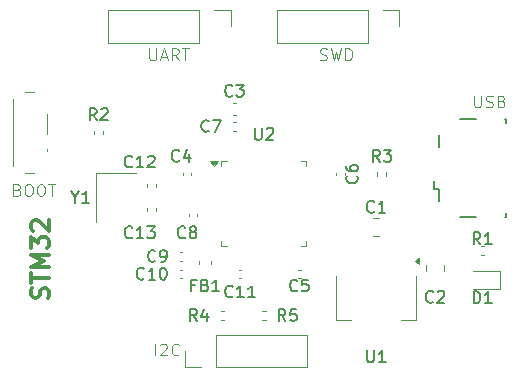
<source format=gbr>
%TF.GenerationSoftware,KiCad,Pcbnew,9.0.4*%
%TF.CreationDate,2025-10-05T01:24:38+05:30*%
%TF.ProjectId,Project4,50726f6a-6563-4743-942e-6b696361645f,rev?*%
%TF.SameCoordinates,Original*%
%TF.FileFunction,Legend,Top*%
%TF.FilePolarity,Positive*%
%FSLAX46Y46*%
G04 Gerber Fmt 4.6, Leading zero omitted, Abs format (unit mm)*
G04 Created by KiCad (PCBNEW 9.0.4) date 2025-10-05 01:24:38*
%MOMM*%
%LPD*%
G01*
G04 APERTURE LIST*
%ADD10C,0.300000*%
%ADD11C,0.100000*%
%ADD12C,0.150000*%
%ADD13C,0.120000*%
G04 APERTURE END LIST*
D10*
X96729400Y-102516917D02*
X96800828Y-102302632D01*
X96800828Y-102302632D02*
X96800828Y-101945489D01*
X96800828Y-101945489D02*
X96729400Y-101802632D01*
X96729400Y-101802632D02*
X96657971Y-101731203D01*
X96657971Y-101731203D02*
X96515114Y-101659774D01*
X96515114Y-101659774D02*
X96372257Y-101659774D01*
X96372257Y-101659774D02*
X96229400Y-101731203D01*
X96229400Y-101731203D02*
X96157971Y-101802632D01*
X96157971Y-101802632D02*
X96086542Y-101945489D01*
X96086542Y-101945489D02*
X96015114Y-102231203D01*
X96015114Y-102231203D02*
X95943685Y-102374060D01*
X95943685Y-102374060D02*
X95872257Y-102445489D01*
X95872257Y-102445489D02*
X95729400Y-102516917D01*
X95729400Y-102516917D02*
X95586542Y-102516917D01*
X95586542Y-102516917D02*
X95443685Y-102445489D01*
X95443685Y-102445489D02*
X95372257Y-102374060D01*
X95372257Y-102374060D02*
X95300828Y-102231203D01*
X95300828Y-102231203D02*
X95300828Y-101874060D01*
X95300828Y-101874060D02*
X95372257Y-101659774D01*
X95300828Y-101231203D02*
X95300828Y-100374061D01*
X96800828Y-100802632D02*
X95300828Y-100802632D01*
X96800828Y-99874061D02*
X95300828Y-99874061D01*
X95300828Y-99874061D02*
X96372257Y-99374061D01*
X96372257Y-99374061D02*
X95300828Y-98874061D01*
X95300828Y-98874061D02*
X96800828Y-98874061D01*
X95300828Y-98302632D02*
X95300828Y-97374060D01*
X95300828Y-97374060D02*
X95872257Y-97874060D01*
X95872257Y-97874060D02*
X95872257Y-97659775D01*
X95872257Y-97659775D02*
X95943685Y-97516918D01*
X95943685Y-97516918D02*
X96015114Y-97445489D01*
X96015114Y-97445489D02*
X96157971Y-97374060D01*
X96157971Y-97374060D02*
X96515114Y-97374060D01*
X96515114Y-97374060D02*
X96657971Y-97445489D01*
X96657971Y-97445489D02*
X96729400Y-97516918D01*
X96729400Y-97516918D02*
X96800828Y-97659775D01*
X96800828Y-97659775D02*
X96800828Y-98088346D01*
X96800828Y-98088346D02*
X96729400Y-98231203D01*
X96729400Y-98231203D02*
X96657971Y-98302632D01*
X95443685Y-96802632D02*
X95372257Y-96731204D01*
X95372257Y-96731204D02*
X95300828Y-96588347D01*
X95300828Y-96588347D02*
X95300828Y-96231204D01*
X95300828Y-96231204D02*
X95372257Y-96088347D01*
X95372257Y-96088347D02*
X95443685Y-96016918D01*
X95443685Y-96016918D02*
X95586542Y-95945489D01*
X95586542Y-95945489D02*
X95729400Y-95945489D01*
X95729400Y-95945489D02*
X95943685Y-96016918D01*
X95943685Y-96016918D02*
X96800828Y-96874061D01*
X96800828Y-96874061D02*
X96800828Y-95945489D01*
D11*
X132803884Y-85372419D02*
X132803884Y-86181942D01*
X132803884Y-86181942D02*
X132851503Y-86277180D01*
X132851503Y-86277180D02*
X132899122Y-86324800D01*
X132899122Y-86324800D02*
X132994360Y-86372419D01*
X132994360Y-86372419D02*
X133184836Y-86372419D01*
X133184836Y-86372419D02*
X133280074Y-86324800D01*
X133280074Y-86324800D02*
X133327693Y-86277180D01*
X133327693Y-86277180D02*
X133375312Y-86181942D01*
X133375312Y-86181942D02*
X133375312Y-85372419D01*
X133803884Y-86324800D02*
X133946741Y-86372419D01*
X133946741Y-86372419D02*
X134184836Y-86372419D01*
X134184836Y-86372419D02*
X134280074Y-86324800D01*
X134280074Y-86324800D02*
X134327693Y-86277180D01*
X134327693Y-86277180D02*
X134375312Y-86181942D01*
X134375312Y-86181942D02*
X134375312Y-86086704D01*
X134375312Y-86086704D02*
X134327693Y-85991466D01*
X134327693Y-85991466D02*
X134280074Y-85943847D01*
X134280074Y-85943847D02*
X134184836Y-85896228D01*
X134184836Y-85896228D02*
X133994360Y-85848609D01*
X133994360Y-85848609D02*
X133899122Y-85800990D01*
X133899122Y-85800990D02*
X133851503Y-85753371D01*
X133851503Y-85753371D02*
X133803884Y-85658133D01*
X133803884Y-85658133D02*
X133803884Y-85562895D01*
X133803884Y-85562895D02*
X133851503Y-85467657D01*
X133851503Y-85467657D02*
X133899122Y-85420038D01*
X133899122Y-85420038D02*
X133994360Y-85372419D01*
X133994360Y-85372419D02*
X134232455Y-85372419D01*
X134232455Y-85372419D02*
X134375312Y-85420038D01*
X135137217Y-85848609D02*
X135280074Y-85896228D01*
X135280074Y-85896228D02*
X135327693Y-85943847D01*
X135327693Y-85943847D02*
X135375312Y-86039085D01*
X135375312Y-86039085D02*
X135375312Y-86181942D01*
X135375312Y-86181942D02*
X135327693Y-86277180D01*
X135327693Y-86277180D02*
X135280074Y-86324800D01*
X135280074Y-86324800D02*
X135184836Y-86372419D01*
X135184836Y-86372419D02*
X134803884Y-86372419D01*
X134803884Y-86372419D02*
X134803884Y-85372419D01*
X134803884Y-85372419D02*
X135137217Y-85372419D01*
X135137217Y-85372419D02*
X135232455Y-85420038D01*
X135232455Y-85420038D02*
X135280074Y-85467657D01*
X135280074Y-85467657D02*
X135327693Y-85562895D01*
X135327693Y-85562895D02*
X135327693Y-85658133D01*
X135327693Y-85658133D02*
X135280074Y-85753371D01*
X135280074Y-85753371D02*
X135232455Y-85800990D01*
X135232455Y-85800990D02*
X135137217Y-85848609D01*
X135137217Y-85848609D02*
X134803884Y-85848609D01*
X94137217Y-93348609D02*
X94280074Y-93396228D01*
X94280074Y-93396228D02*
X94327693Y-93443847D01*
X94327693Y-93443847D02*
X94375312Y-93539085D01*
X94375312Y-93539085D02*
X94375312Y-93681942D01*
X94375312Y-93681942D02*
X94327693Y-93777180D01*
X94327693Y-93777180D02*
X94280074Y-93824800D01*
X94280074Y-93824800D02*
X94184836Y-93872419D01*
X94184836Y-93872419D02*
X93803884Y-93872419D01*
X93803884Y-93872419D02*
X93803884Y-92872419D01*
X93803884Y-92872419D02*
X94137217Y-92872419D01*
X94137217Y-92872419D02*
X94232455Y-92920038D01*
X94232455Y-92920038D02*
X94280074Y-92967657D01*
X94280074Y-92967657D02*
X94327693Y-93062895D01*
X94327693Y-93062895D02*
X94327693Y-93158133D01*
X94327693Y-93158133D02*
X94280074Y-93253371D01*
X94280074Y-93253371D02*
X94232455Y-93300990D01*
X94232455Y-93300990D02*
X94137217Y-93348609D01*
X94137217Y-93348609D02*
X93803884Y-93348609D01*
X94994360Y-92872419D02*
X95184836Y-92872419D01*
X95184836Y-92872419D02*
X95280074Y-92920038D01*
X95280074Y-92920038D02*
X95375312Y-93015276D01*
X95375312Y-93015276D02*
X95422931Y-93205752D01*
X95422931Y-93205752D02*
X95422931Y-93539085D01*
X95422931Y-93539085D02*
X95375312Y-93729561D01*
X95375312Y-93729561D02*
X95280074Y-93824800D01*
X95280074Y-93824800D02*
X95184836Y-93872419D01*
X95184836Y-93872419D02*
X94994360Y-93872419D01*
X94994360Y-93872419D02*
X94899122Y-93824800D01*
X94899122Y-93824800D02*
X94803884Y-93729561D01*
X94803884Y-93729561D02*
X94756265Y-93539085D01*
X94756265Y-93539085D02*
X94756265Y-93205752D01*
X94756265Y-93205752D02*
X94803884Y-93015276D01*
X94803884Y-93015276D02*
X94899122Y-92920038D01*
X94899122Y-92920038D02*
X94994360Y-92872419D01*
X96041979Y-92872419D02*
X96232455Y-92872419D01*
X96232455Y-92872419D02*
X96327693Y-92920038D01*
X96327693Y-92920038D02*
X96422931Y-93015276D01*
X96422931Y-93015276D02*
X96470550Y-93205752D01*
X96470550Y-93205752D02*
X96470550Y-93539085D01*
X96470550Y-93539085D02*
X96422931Y-93729561D01*
X96422931Y-93729561D02*
X96327693Y-93824800D01*
X96327693Y-93824800D02*
X96232455Y-93872419D01*
X96232455Y-93872419D02*
X96041979Y-93872419D01*
X96041979Y-93872419D02*
X95946741Y-93824800D01*
X95946741Y-93824800D02*
X95851503Y-93729561D01*
X95851503Y-93729561D02*
X95803884Y-93539085D01*
X95803884Y-93539085D02*
X95803884Y-93205752D01*
X95803884Y-93205752D02*
X95851503Y-93015276D01*
X95851503Y-93015276D02*
X95946741Y-92920038D01*
X95946741Y-92920038D02*
X96041979Y-92872419D01*
X96756265Y-92872419D02*
X97327693Y-92872419D01*
X97041979Y-93872419D02*
X97041979Y-92872419D01*
X105803884Y-107372419D02*
X105803884Y-106372419D01*
X106232455Y-106467657D02*
X106280074Y-106420038D01*
X106280074Y-106420038D02*
X106375312Y-106372419D01*
X106375312Y-106372419D02*
X106613407Y-106372419D01*
X106613407Y-106372419D02*
X106708645Y-106420038D01*
X106708645Y-106420038D02*
X106756264Y-106467657D01*
X106756264Y-106467657D02*
X106803883Y-106562895D01*
X106803883Y-106562895D02*
X106803883Y-106658133D01*
X106803883Y-106658133D02*
X106756264Y-106800990D01*
X106756264Y-106800990D02*
X106184836Y-107372419D01*
X106184836Y-107372419D02*
X106803883Y-107372419D01*
X107803883Y-107277180D02*
X107756264Y-107324800D01*
X107756264Y-107324800D02*
X107613407Y-107372419D01*
X107613407Y-107372419D02*
X107518169Y-107372419D01*
X107518169Y-107372419D02*
X107375312Y-107324800D01*
X107375312Y-107324800D02*
X107280074Y-107229561D01*
X107280074Y-107229561D02*
X107232455Y-107134323D01*
X107232455Y-107134323D02*
X107184836Y-106943847D01*
X107184836Y-106943847D02*
X107184836Y-106800990D01*
X107184836Y-106800990D02*
X107232455Y-106610514D01*
X107232455Y-106610514D02*
X107280074Y-106515276D01*
X107280074Y-106515276D02*
X107375312Y-106420038D01*
X107375312Y-106420038D02*
X107518169Y-106372419D01*
X107518169Y-106372419D02*
X107613407Y-106372419D01*
X107613407Y-106372419D02*
X107756264Y-106420038D01*
X107756264Y-106420038D02*
X107803883Y-106467657D01*
X119756265Y-82324800D02*
X119899122Y-82372419D01*
X119899122Y-82372419D02*
X120137217Y-82372419D01*
X120137217Y-82372419D02*
X120232455Y-82324800D01*
X120232455Y-82324800D02*
X120280074Y-82277180D01*
X120280074Y-82277180D02*
X120327693Y-82181942D01*
X120327693Y-82181942D02*
X120327693Y-82086704D01*
X120327693Y-82086704D02*
X120280074Y-81991466D01*
X120280074Y-81991466D02*
X120232455Y-81943847D01*
X120232455Y-81943847D02*
X120137217Y-81896228D01*
X120137217Y-81896228D02*
X119946741Y-81848609D01*
X119946741Y-81848609D02*
X119851503Y-81800990D01*
X119851503Y-81800990D02*
X119803884Y-81753371D01*
X119803884Y-81753371D02*
X119756265Y-81658133D01*
X119756265Y-81658133D02*
X119756265Y-81562895D01*
X119756265Y-81562895D02*
X119803884Y-81467657D01*
X119803884Y-81467657D02*
X119851503Y-81420038D01*
X119851503Y-81420038D02*
X119946741Y-81372419D01*
X119946741Y-81372419D02*
X120184836Y-81372419D01*
X120184836Y-81372419D02*
X120327693Y-81420038D01*
X120661027Y-81372419D02*
X120899122Y-82372419D01*
X120899122Y-82372419D02*
X121089598Y-81658133D01*
X121089598Y-81658133D02*
X121280074Y-82372419D01*
X121280074Y-82372419D02*
X121518170Y-81372419D01*
X121899122Y-82372419D02*
X121899122Y-81372419D01*
X121899122Y-81372419D02*
X122137217Y-81372419D01*
X122137217Y-81372419D02*
X122280074Y-81420038D01*
X122280074Y-81420038D02*
X122375312Y-81515276D01*
X122375312Y-81515276D02*
X122422931Y-81610514D01*
X122422931Y-81610514D02*
X122470550Y-81800990D01*
X122470550Y-81800990D02*
X122470550Y-81943847D01*
X122470550Y-81943847D02*
X122422931Y-82134323D01*
X122422931Y-82134323D02*
X122375312Y-82229561D01*
X122375312Y-82229561D02*
X122280074Y-82324800D01*
X122280074Y-82324800D02*
X122137217Y-82372419D01*
X122137217Y-82372419D02*
X121899122Y-82372419D01*
X105303884Y-81372419D02*
X105303884Y-82181942D01*
X105303884Y-82181942D02*
X105351503Y-82277180D01*
X105351503Y-82277180D02*
X105399122Y-82324800D01*
X105399122Y-82324800D02*
X105494360Y-82372419D01*
X105494360Y-82372419D02*
X105684836Y-82372419D01*
X105684836Y-82372419D02*
X105780074Y-82324800D01*
X105780074Y-82324800D02*
X105827693Y-82277180D01*
X105827693Y-82277180D02*
X105875312Y-82181942D01*
X105875312Y-82181942D02*
X105875312Y-81372419D01*
X106303884Y-82086704D02*
X106780074Y-82086704D01*
X106208646Y-82372419D02*
X106541979Y-81372419D01*
X106541979Y-81372419D02*
X106875312Y-82372419D01*
X107780074Y-82372419D02*
X107446741Y-81896228D01*
X107208646Y-82372419D02*
X107208646Y-81372419D01*
X107208646Y-81372419D02*
X107589598Y-81372419D01*
X107589598Y-81372419D02*
X107684836Y-81420038D01*
X107684836Y-81420038D02*
X107732455Y-81467657D01*
X107732455Y-81467657D02*
X107780074Y-81562895D01*
X107780074Y-81562895D02*
X107780074Y-81705752D01*
X107780074Y-81705752D02*
X107732455Y-81800990D01*
X107732455Y-81800990D02*
X107684836Y-81848609D01*
X107684836Y-81848609D02*
X107589598Y-81896228D01*
X107589598Y-81896228D02*
X107208646Y-81896228D01*
X108065789Y-81372419D02*
X108637217Y-81372419D01*
X108351503Y-82372419D02*
X108351503Y-81372419D01*
D12*
X133333333Y-97954819D02*
X133000000Y-97478628D01*
X132761905Y-97954819D02*
X132761905Y-96954819D01*
X132761905Y-96954819D02*
X133142857Y-96954819D01*
X133142857Y-96954819D02*
X133238095Y-97002438D01*
X133238095Y-97002438D02*
X133285714Y-97050057D01*
X133285714Y-97050057D02*
X133333333Y-97145295D01*
X133333333Y-97145295D02*
X133333333Y-97288152D01*
X133333333Y-97288152D02*
X133285714Y-97383390D01*
X133285714Y-97383390D02*
X133238095Y-97431009D01*
X133238095Y-97431009D02*
X133142857Y-97478628D01*
X133142857Y-97478628D02*
X132761905Y-97478628D01*
X134285714Y-97954819D02*
X133714286Y-97954819D01*
X134000000Y-97954819D02*
X134000000Y-96954819D01*
X134000000Y-96954819D02*
X133904762Y-97097676D01*
X133904762Y-97097676D02*
X133809524Y-97192914D01*
X133809524Y-97192914D02*
X133714286Y-97240533D01*
X129333333Y-102809580D02*
X129285714Y-102857200D01*
X129285714Y-102857200D02*
X129142857Y-102904819D01*
X129142857Y-102904819D02*
X129047619Y-102904819D01*
X129047619Y-102904819D02*
X128904762Y-102857200D01*
X128904762Y-102857200D02*
X128809524Y-102761961D01*
X128809524Y-102761961D02*
X128761905Y-102666723D01*
X128761905Y-102666723D02*
X128714286Y-102476247D01*
X128714286Y-102476247D02*
X128714286Y-102333390D01*
X128714286Y-102333390D02*
X128761905Y-102142914D01*
X128761905Y-102142914D02*
X128809524Y-102047676D01*
X128809524Y-102047676D02*
X128904762Y-101952438D01*
X128904762Y-101952438D02*
X129047619Y-101904819D01*
X129047619Y-101904819D02*
X129142857Y-101904819D01*
X129142857Y-101904819D02*
X129285714Y-101952438D01*
X129285714Y-101952438D02*
X129333333Y-102000057D01*
X129714286Y-102000057D02*
X129761905Y-101952438D01*
X129761905Y-101952438D02*
X129857143Y-101904819D01*
X129857143Y-101904819D02*
X130095238Y-101904819D01*
X130095238Y-101904819D02*
X130190476Y-101952438D01*
X130190476Y-101952438D02*
X130238095Y-102000057D01*
X130238095Y-102000057D02*
X130285714Y-102095295D01*
X130285714Y-102095295D02*
X130285714Y-102190533D01*
X130285714Y-102190533D02*
X130238095Y-102333390D01*
X130238095Y-102333390D02*
X129666667Y-102904819D01*
X129666667Y-102904819D02*
X130285714Y-102904819D01*
X123738095Y-106954819D02*
X123738095Y-107764342D01*
X123738095Y-107764342D02*
X123785714Y-107859580D01*
X123785714Y-107859580D02*
X123833333Y-107907200D01*
X123833333Y-107907200D02*
X123928571Y-107954819D01*
X123928571Y-107954819D02*
X124119047Y-107954819D01*
X124119047Y-107954819D02*
X124214285Y-107907200D01*
X124214285Y-107907200D02*
X124261904Y-107859580D01*
X124261904Y-107859580D02*
X124309523Y-107764342D01*
X124309523Y-107764342D02*
X124309523Y-106954819D01*
X125309523Y-107954819D02*
X124738095Y-107954819D01*
X125023809Y-107954819D02*
X125023809Y-106954819D01*
X125023809Y-106954819D02*
X124928571Y-107097676D01*
X124928571Y-107097676D02*
X124833333Y-107192914D01*
X124833333Y-107192914D02*
X124738095Y-107240533D01*
X107833333Y-90859580D02*
X107785714Y-90907200D01*
X107785714Y-90907200D02*
X107642857Y-90954819D01*
X107642857Y-90954819D02*
X107547619Y-90954819D01*
X107547619Y-90954819D02*
X107404762Y-90907200D01*
X107404762Y-90907200D02*
X107309524Y-90811961D01*
X107309524Y-90811961D02*
X107261905Y-90716723D01*
X107261905Y-90716723D02*
X107214286Y-90526247D01*
X107214286Y-90526247D02*
X107214286Y-90383390D01*
X107214286Y-90383390D02*
X107261905Y-90192914D01*
X107261905Y-90192914D02*
X107309524Y-90097676D01*
X107309524Y-90097676D02*
X107404762Y-90002438D01*
X107404762Y-90002438D02*
X107547619Y-89954819D01*
X107547619Y-89954819D02*
X107642857Y-89954819D01*
X107642857Y-89954819D02*
X107785714Y-90002438D01*
X107785714Y-90002438D02*
X107833333Y-90050057D01*
X108690476Y-90288152D02*
X108690476Y-90954819D01*
X108452381Y-89907200D02*
X108214286Y-90621485D01*
X108214286Y-90621485D02*
X108833333Y-90621485D01*
X110333333Y-88359580D02*
X110285714Y-88407200D01*
X110285714Y-88407200D02*
X110142857Y-88454819D01*
X110142857Y-88454819D02*
X110047619Y-88454819D01*
X110047619Y-88454819D02*
X109904762Y-88407200D01*
X109904762Y-88407200D02*
X109809524Y-88311961D01*
X109809524Y-88311961D02*
X109761905Y-88216723D01*
X109761905Y-88216723D02*
X109714286Y-88026247D01*
X109714286Y-88026247D02*
X109714286Y-87883390D01*
X109714286Y-87883390D02*
X109761905Y-87692914D01*
X109761905Y-87692914D02*
X109809524Y-87597676D01*
X109809524Y-87597676D02*
X109904762Y-87502438D01*
X109904762Y-87502438D02*
X110047619Y-87454819D01*
X110047619Y-87454819D02*
X110142857Y-87454819D01*
X110142857Y-87454819D02*
X110285714Y-87502438D01*
X110285714Y-87502438D02*
X110333333Y-87550057D01*
X110666667Y-87454819D02*
X111333333Y-87454819D01*
X111333333Y-87454819D02*
X110904762Y-88454819D01*
X103857142Y-91359580D02*
X103809523Y-91407200D01*
X103809523Y-91407200D02*
X103666666Y-91454819D01*
X103666666Y-91454819D02*
X103571428Y-91454819D01*
X103571428Y-91454819D02*
X103428571Y-91407200D01*
X103428571Y-91407200D02*
X103333333Y-91311961D01*
X103333333Y-91311961D02*
X103285714Y-91216723D01*
X103285714Y-91216723D02*
X103238095Y-91026247D01*
X103238095Y-91026247D02*
X103238095Y-90883390D01*
X103238095Y-90883390D02*
X103285714Y-90692914D01*
X103285714Y-90692914D02*
X103333333Y-90597676D01*
X103333333Y-90597676D02*
X103428571Y-90502438D01*
X103428571Y-90502438D02*
X103571428Y-90454819D01*
X103571428Y-90454819D02*
X103666666Y-90454819D01*
X103666666Y-90454819D02*
X103809523Y-90502438D01*
X103809523Y-90502438D02*
X103857142Y-90550057D01*
X104809523Y-91454819D02*
X104238095Y-91454819D01*
X104523809Y-91454819D02*
X104523809Y-90454819D01*
X104523809Y-90454819D02*
X104428571Y-90597676D01*
X104428571Y-90597676D02*
X104333333Y-90692914D01*
X104333333Y-90692914D02*
X104238095Y-90740533D01*
X105190476Y-90550057D02*
X105238095Y-90502438D01*
X105238095Y-90502438D02*
X105333333Y-90454819D01*
X105333333Y-90454819D02*
X105571428Y-90454819D01*
X105571428Y-90454819D02*
X105666666Y-90502438D01*
X105666666Y-90502438D02*
X105714285Y-90550057D01*
X105714285Y-90550057D02*
X105761904Y-90645295D01*
X105761904Y-90645295D02*
X105761904Y-90740533D01*
X105761904Y-90740533D02*
X105714285Y-90883390D01*
X105714285Y-90883390D02*
X105142857Y-91454819D01*
X105142857Y-91454819D02*
X105761904Y-91454819D01*
X103857142Y-97359580D02*
X103809523Y-97407200D01*
X103809523Y-97407200D02*
X103666666Y-97454819D01*
X103666666Y-97454819D02*
X103571428Y-97454819D01*
X103571428Y-97454819D02*
X103428571Y-97407200D01*
X103428571Y-97407200D02*
X103333333Y-97311961D01*
X103333333Y-97311961D02*
X103285714Y-97216723D01*
X103285714Y-97216723D02*
X103238095Y-97026247D01*
X103238095Y-97026247D02*
X103238095Y-96883390D01*
X103238095Y-96883390D02*
X103285714Y-96692914D01*
X103285714Y-96692914D02*
X103333333Y-96597676D01*
X103333333Y-96597676D02*
X103428571Y-96502438D01*
X103428571Y-96502438D02*
X103571428Y-96454819D01*
X103571428Y-96454819D02*
X103666666Y-96454819D01*
X103666666Y-96454819D02*
X103809523Y-96502438D01*
X103809523Y-96502438D02*
X103857142Y-96550057D01*
X104809523Y-97454819D02*
X104238095Y-97454819D01*
X104523809Y-97454819D02*
X104523809Y-96454819D01*
X104523809Y-96454819D02*
X104428571Y-96597676D01*
X104428571Y-96597676D02*
X104333333Y-96692914D01*
X104333333Y-96692914D02*
X104238095Y-96740533D01*
X105142857Y-96454819D02*
X105761904Y-96454819D01*
X105761904Y-96454819D02*
X105428571Y-96835771D01*
X105428571Y-96835771D02*
X105571428Y-96835771D01*
X105571428Y-96835771D02*
X105666666Y-96883390D01*
X105666666Y-96883390D02*
X105714285Y-96931009D01*
X105714285Y-96931009D02*
X105761904Y-97026247D01*
X105761904Y-97026247D02*
X105761904Y-97264342D01*
X105761904Y-97264342D02*
X105714285Y-97359580D01*
X105714285Y-97359580D02*
X105666666Y-97407200D01*
X105666666Y-97407200D02*
X105571428Y-97454819D01*
X105571428Y-97454819D02*
X105285714Y-97454819D01*
X105285714Y-97454819D02*
X105190476Y-97407200D01*
X105190476Y-97407200D02*
X105142857Y-97359580D01*
X99023809Y-93978628D02*
X99023809Y-94454819D01*
X98690476Y-93454819D02*
X99023809Y-93978628D01*
X99023809Y-93978628D02*
X99357142Y-93454819D01*
X100214285Y-94454819D02*
X99642857Y-94454819D01*
X99928571Y-94454819D02*
X99928571Y-93454819D01*
X99928571Y-93454819D02*
X99833333Y-93597676D01*
X99833333Y-93597676D02*
X99738095Y-93692914D01*
X99738095Y-93692914D02*
X99642857Y-93740533D01*
X124333333Y-95179580D02*
X124285714Y-95227200D01*
X124285714Y-95227200D02*
X124142857Y-95274819D01*
X124142857Y-95274819D02*
X124047619Y-95274819D01*
X124047619Y-95274819D02*
X123904762Y-95227200D01*
X123904762Y-95227200D02*
X123809524Y-95131961D01*
X123809524Y-95131961D02*
X123761905Y-95036723D01*
X123761905Y-95036723D02*
X123714286Y-94846247D01*
X123714286Y-94846247D02*
X123714286Y-94703390D01*
X123714286Y-94703390D02*
X123761905Y-94512914D01*
X123761905Y-94512914D02*
X123809524Y-94417676D01*
X123809524Y-94417676D02*
X123904762Y-94322438D01*
X123904762Y-94322438D02*
X124047619Y-94274819D01*
X124047619Y-94274819D02*
X124142857Y-94274819D01*
X124142857Y-94274819D02*
X124285714Y-94322438D01*
X124285714Y-94322438D02*
X124333333Y-94370057D01*
X125285714Y-95274819D02*
X124714286Y-95274819D01*
X125000000Y-95274819D02*
X125000000Y-94274819D01*
X125000000Y-94274819D02*
X124904762Y-94417676D01*
X124904762Y-94417676D02*
X124809524Y-94512914D01*
X124809524Y-94512914D02*
X124714286Y-94560533D01*
X132761905Y-102954819D02*
X132761905Y-101954819D01*
X132761905Y-101954819D02*
X133000000Y-101954819D01*
X133000000Y-101954819D02*
X133142857Y-102002438D01*
X133142857Y-102002438D02*
X133238095Y-102097676D01*
X133238095Y-102097676D02*
X133285714Y-102192914D01*
X133285714Y-102192914D02*
X133333333Y-102383390D01*
X133333333Y-102383390D02*
X133333333Y-102526247D01*
X133333333Y-102526247D02*
X133285714Y-102716723D01*
X133285714Y-102716723D02*
X133238095Y-102811961D01*
X133238095Y-102811961D02*
X133142857Y-102907200D01*
X133142857Y-102907200D02*
X133000000Y-102954819D01*
X133000000Y-102954819D02*
X132761905Y-102954819D01*
X134285714Y-102954819D02*
X133714286Y-102954819D01*
X134000000Y-102954819D02*
X134000000Y-101954819D01*
X134000000Y-101954819D02*
X133904762Y-102097676D01*
X133904762Y-102097676D02*
X133809524Y-102192914D01*
X133809524Y-102192914D02*
X133714286Y-102240533D01*
X112357142Y-102359580D02*
X112309523Y-102407200D01*
X112309523Y-102407200D02*
X112166666Y-102454819D01*
X112166666Y-102454819D02*
X112071428Y-102454819D01*
X112071428Y-102454819D02*
X111928571Y-102407200D01*
X111928571Y-102407200D02*
X111833333Y-102311961D01*
X111833333Y-102311961D02*
X111785714Y-102216723D01*
X111785714Y-102216723D02*
X111738095Y-102026247D01*
X111738095Y-102026247D02*
X111738095Y-101883390D01*
X111738095Y-101883390D02*
X111785714Y-101692914D01*
X111785714Y-101692914D02*
X111833333Y-101597676D01*
X111833333Y-101597676D02*
X111928571Y-101502438D01*
X111928571Y-101502438D02*
X112071428Y-101454819D01*
X112071428Y-101454819D02*
X112166666Y-101454819D01*
X112166666Y-101454819D02*
X112309523Y-101502438D01*
X112309523Y-101502438D02*
X112357142Y-101550057D01*
X113309523Y-102454819D02*
X112738095Y-102454819D01*
X113023809Y-102454819D02*
X113023809Y-101454819D01*
X113023809Y-101454819D02*
X112928571Y-101597676D01*
X112928571Y-101597676D02*
X112833333Y-101692914D01*
X112833333Y-101692914D02*
X112738095Y-101740533D01*
X114261904Y-102454819D02*
X113690476Y-102454819D01*
X113976190Y-102454819D02*
X113976190Y-101454819D01*
X113976190Y-101454819D02*
X113880952Y-101597676D01*
X113880952Y-101597676D02*
X113785714Y-101692914D01*
X113785714Y-101692914D02*
X113690476Y-101740533D01*
X117833333Y-101859580D02*
X117785714Y-101907200D01*
X117785714Y-101907200D02*
X117642857Y-101954819D01*
X117642857Y-101954819D02*
X117547619Y-101954819D01*
X117547619Y-101954819D02*
X117404762Y-101907200D01*
X117404762Y-101907200D02*
X117309524Y-101811961D01*
X117309524Y-101811961D02*
X117261905Y-101716723D01*
X117261905Y-101716723D02*
X117214286Y-101526247D01*
X117214286Y-101526247D02*
X117214286Y-101383390D01*
X117214286Y-101383390D02*
X117261905Y-101192914D01*
X117261905Y-101192914D02*
X117309524Y-101097676D01*
X117309524Y-101097676D02*
X117404762Y-101002438D01*
X117404762Y-101002438D02*
X117547619Y-100954819D01*
X117547619Y-100954819D02*
X117642857Y-100954819D01*
X117642857Y-100954819D02*
X117785714Y-101002438D01*
X117785714Y-101002438D02*
X117833333Y-101050057D01*
X118738095Y-100954819D02*
X118261905Y-100954819D01*
X118261905Y-100954819D02*
X118214286Y-101431009D01*
X118214286Y-101431009D02*
X118261905Y-101383390D01*
X118261905Y-101383390D02*
X118357143Y-101335771D01*
X118357143Y-101335771D02*
X118595238Y-101335771D01*
X118595238Y-101335771D02*
X118690476Y-101383390D01*
X118690476Y-101383390D02*
X118738095Y-101431009D01*
X118738095Y-101431009D02*
X118785714Y-101526247D01*
X118785714Y-101526247D02*
X118785714Y-101764342D01*
X118785714Y-101764342D02*
X118738095Y-101859580D01*
X118738095Y-101859580D02*
X118690476Y-101907200D01*
X118690476Y-101907200D02*
X118595238Y-101954819D01*
X118595238Y-101954819D02*
X118357143Y-101954819D01*
X118357143Y-101954819D02*
X118261905Y-101907200D01*
X118261905Y-101907200D02*
X118214286Y-101859580D01*
X112333333Y-85359580D02*
X112285714Y-85407200D01*
X112285714Y-85407200D02*
X112142857Y-85454819D01*
X112142857Y-85454819D02*
X112047619Y-85454819D01*
X112047619Y-85454819D02*
X111904762Y-85407200D01*
X111904762Y-85407200D02*
X111809524Y-85311961D01*
X111809524Y-85311961D02*
X111761905Y-85216723D01*
X111761905Y-85216723D02*
X111714286Y-85026247D01*
X111714286Y-85026247D02*
X111714286Y-84883390D01*
X111714286Y-84883390D02*
X111761905Y-84692914D01*
X111761905Y-84692914D02*
X111809524Y-84597676D01*
X111809524Y-84597676D02*
X111904762Y-84502438D01*
X111904762Y-84502438D02*
X112047619Y-84454819D01*
X112047619Y-84454819D02*
X112142857Y-84454819D01*
X112142857Y-84454819D02*
X112285714Y-84502438D01*
X112285714Y-84502438D02*
X112333333Y-84550057D01*
X112666667Y-84454819D02*
X113285714Y-84454819D01*
X113285714Y-84454819D02*
X112952381Y-84835771D01*
X112952381Y-84835771D02*
X113095238Y-84835771D01*
X113095238Y-84835771D02*
X113190476Y-84883390D01*
X113190476Y-84883390D02*
X113238095Y-84931009D01*
X113238095Y-84931009D02*
X113285714Y-85026247D01*
X113285714Y-85026247D02*
X113285714Y-85264342D01*
X113285714Y-85264342D02*
X113238095Y-85359580D01*
X113238095Y-85359580D02*
X113190476Y-85407200D01*
X113190476Y-85407200D02*
X113095238Y-85454819D01*
X113095238Y-85454819D02*
X112809524Y-85454819D01*
X112809524Y-85454819D02*
X112714286Y-85407200D01*
X112714286Y-85407200D02*
X112666667Y-85359580D01*
X122859580Y-92166666D02*
X122907200Y-92214285D01*
X122907200Y-92214285D02*
X122954819Y-92357142D01*
X122954819Y-92357142D02*
X122954819Y-92452380D01*
X122954819Y-92452380D02*
X122907200Y-92595237D01*
X122907200Y-92595237D02*
X122811961Y-92690475D01*
X122811961Y-92690475D02*
X122716723Y-92738094D01*
X122716723Y-92738094D02*
X122526247Y-92785713D01*
X122526247Y-92785713D02*
X122383390Y-92785713D01*
X122383390Y-92785713D02*
X122192914Y-92738094D01*
X122192914Y-92738094D02*
X122097676Y-92690475D01*
X122097676Y-92690475D02*
X122002438Y-92595237D01*
X122002438Y-92595237D02*
X121954819Y-92452380D01*
X121954819Y-92452380D02*
X121954819Y-92357142D01*
X121954819Y-92357142D02*
X122002438Y-92214285D01*
X122002438Y-92214285D02*
X122050057Y-92166666D01*
X121954819Y-91309523D02*
X121954819Y-91499999D01*
X121954819Y-91499999D02*
X122002438Y-91595237D01*
X122002438Y-91595237D02*
X122050057Y-91642856D01*
X122050057Y-91642856D02*
X122192914Y-91738094D01*
X122192914Y-91738094D02*
X122383390Y-91785713D01*
X122383390Y-91785713D02*
X122764342Y-91785713D01*
X122764342Y-91785713D02*
X122859580Y-91738094D01*
X122859580Y-91738094D02*
X122907200Y-91690475D01*
X122907200Y-91690475D02*
X122954819Y-91595237D01*
X122954819Y-91595237D02*
X122954819Y-91404761D01*
X122954819Y-91404761D02*
X122907200Y-91309523D01*
X122907200Y-91309523D02*
X122859580Y-91261904D01*
X122859580Y-91261904D02*
X122764342Y-91214285D01*
X122764342Y-91214285D02*
X122526247Y-91214285D01*
X122526247Y-91214285D02*
X122431009Y-91261904D01*
X122431009Y-91261904D02*
X122383390Y-91309523D01*
X122383390Y-91309523D02*
X122335771Y-91404761D01*
X122335771Y-91404761D02*
X122335771Y-91595237D01*
X122335771Y-91595237D02*
X122383390Y-91690475D01*
X122383390Y-91690475D02*
X122431009Y-91738094D01*
X122431009Y-91738094D02*
X122526247Y-91785713D01*
X108333333Y-97359580D02*
X108285714Y-97407200D01*
X108285714Y-97407200D02*
X108142857Y-97454819D01*
X108142857Y-97454819D02*
X108047619Y-97454819D01*
X108047619Y-97454819D02*
X107904762Y-97407200D01*
X107904762Y-97407200D02*
X107809524Y-97311961D01*
X107809524Y-97311961D02*
X107761905Y-97216723D01*
X107761905Y-97216723D02*
X107714286Y-97026247D01*
X107714286Y-97026247D02*
X107714286Y-96883390D01*
X107714286Y-96883390D02*
X107761905Y-96692914D01*
X107761905Y-96692914D02*
X107809524Y-96597676D01*
X107809524Y-96597676D02*
X107904762Y-96502438D01*
X107904762Y-96502438D02*
X108047619Y-96454819D01*
X108047619Y-96454819D02*
X108142857Y-96454819D01*
X108142857Y-96454819D02*
X108285714Y-96502438D01*
X108285714Y-96502438D02*
X108333333Y-96550057D01*
X108904762Y-96883390D02*
X108809524Y-96835771D01*
X108809524Y-96835771D02*
X108761905Y-96788152D01*
X108761905Y-96788152D02*
X108714286Y-96692914D01*
X108714286Y-96692914D02*
X108714286Y-96645295D01*
X108714286Y-96645295D02*
X108761905Y-96550057D01*
X108761905Y-96550057D02*
X108809524Y-96502438D01*
X108809524Y-96502438D02*
X108904762Y-96454819D01*
X108904762Y-96454819D02*
X109095238Y-96454819D01*
X109095238Y-96454819D02*
X109190476Y-96502438D01*
X109190476Y-96502438D02*
X109238095Y-96550057D01*
X109238095Y-96550057D02*
X109285714Y-96645295D01*
X109285714Y-96645295D02*
X109285714Y-96692914D01*
X109285714Y-96692914D02*
X109238095Y-96788152D01*
X109238095Y-96788152D02*
X109190476Y-96835771D01*
X109190476Y-96835771D02*
X109095238Y-96883390D01*
X109095238Y-96883390D02*
X108904762Y-96883390D01*
X108904762Y-96883390D02*
X108809524Y-96931009D01*
X108809524Y-96931009D02*
X108761905Y-96978628D01*
X108761905Y-96978628D02*
X108714286Y-97073866D01*
X108714286Y-97073866D02*
X108714286Y-97264342D01*
X108714286Y-97264342D02*
X108761905Y-97359580D01*
X108761905Y-97359580D02*
X108809524Y-97407200D01*
X108809524Y-97407200D02*
X108904762Y-97454819D01*
X108904762Y-97454819D02*
X109095238Y-97454819D01*
X109095238Y-97454819D02*
X109190476Y-97407200D01*
X109190476Y-97407200D02*
X109238095Y-97359580D01*
X109238095Y-97359580D02*
X109285714Y-97264342D01*
X109285714Y-97264342D02*
X109285714Y-97073866D01*
X109285714Y-97073866D02*
X109238095Y-96978628D01*
X109238095Y-96978628D02*
X109190476Y-96931009D01*
X109190476Y-96931009D02*
X109095238Y-96883390D01*
X105813333Y-99359580D02*
X105765714Y-99407200D01*
X105765714Y-99407200D02*
X105622857Y-99454819D01*
X105622857Y-99454819D02*
X105527619Y-99454819D01*
X105527619Y-99454819D02*
X105384762Y-99407200D01*
X105384762Y-99407200D02*
X105289524Y-99311961D01*
X105289524Y-99311961D02*
X105241905Y-99216723D01*
X105241905Y-99216723D02*
X105194286Y-99026247D01*
X105194286Y-99026247D02*
X105194286Y-98883390D01*
X105194286Y-98883390D02*
X105241905Y-98692914D01*
X105241905Y-98692914D02*
X105289524Y-98597676D01*
X105289524Y-98597676D02*
X105384762Y-98502438D01*
X105384762Y-98502438D02*
X105527619Y-98454819D01*
X105527619Y-98454819D02*
X105622857Y-98454819D01*
X105622857Y-98454819D02*
X105765714Y-98502438D01*
X105765714Y-98502438D02*
X105813333Y-98550057D01*
X106289524Y-99454819D02*
X106480000Y-99454819D01*
X106480000Y-99454819D02*
X106575238Y-99407200D01*
X106575238Y-99407200D02*
X106622857Y-99359580D01*
X106622857Y-99359580D02*
X106718095Y-99216723D01*
X106718095Y-99216723D02*
X106765714Y-99026247D01*
X106765714Y-99026247D02*
X106765714Y-98645295D01*
X106765714Y-98645295D02*
X106718095Y-98550057D01*
X106718095Y-98550057D02*
X106670476Y-98502438D01*
X106670476Y-98502438D02*
X106575238Y-98454819D01*
X106575238Y-98454819D02*
X106384762Y-98454819D01*
X106384762Y-98454819D02*
X106289524Y-98502438D01*
X106289524Y-98502438D02*
X106241905Y-98550057D01*
X106241905Y-98550057D02*
X106194286Y-98645295D01*
X106194286Y-98645295D02*
X106194286Y-98883390D01*
X106194286Y-98883390D02*
X106241905Y-98978628D01*
X106241905Y-98978628D02*
X106289524Y-99026247D01*
X106289524Y-99026247D02*
X106384762Y-99073866D01*
X106384762Y-99073866D02*
X106575238Y-99073866D01*
X106575238Y-99073866D02*
X106670476Y-99026247D01*
X106670476Y-99026247D02*
X106718095Y-98978628D01*
X106718095Y-98978628D02*
X106765714Y-98883390D01*
X104857142Y-100859580D02*
X104809523Y-100907200D01*
X104809523Y-100907200D02*
X104666666Y-100954819D01*
X104666666Y-100954819D02*
X104571428Y-100954819D01*
X104571428Y-100954819D02*
X104428571Y-100907200D01*
X104428571Y-100907200D02*
X104333333Y-100811961D01*
X104333333Y-100811961D02*
X104285714Y-100716723D01*
X104285714Y-100716723D02*
X104238095Y-100526247D01*
X104238095Y-100526247D02*
X104238095Y-100383390D01*
X104238095Y-100383390D02*
X104285714Y-100192914D01*
X104285714Y-100192914D02*
X104333333Y-100097676D01*
X104333333Y-100097676D02*
X104428571Y-100002438D01*
X104428571Y-100002438D02*
X104571428Y-99954819D01*
X104571428Y-99954819D02*
X104666666Y-99954819D01*
X104666666Y-99954819D02*
X104809523Y-100002438D01*
X104809523Y-100002438D02*
X104857142Y-100050057D01*
X105809523Y-100954819D02*
X105238095Y-100954819D01*
X105523809Y-100954819D02*
X105523809Y-99954819D01*
X105523809Y-99954819D02*
X105428571Y-100097676D01*
X105428571Y-100097676D02*
X105333333Y-100192914D01*
X105333333Y-100192914D02*
X105238095Y-100240533D01*
X106428571Y-99954819D02*
X106523809Y-99954819D01*
X106523809Y-99954819D02*
X106619047Y-100002438D01*
X106619047Y-100002438D02*
X106666666Y-100050057D01*
X106666666Y-100050057D02*
X106714285Y-100145295D01*
X106714285Y-100145295D02*
X106761904Y-100335771D01*
X106761904Y-100335771D02*
X106761904Y-100573866D01*
X106761904Y-100573866D02*
X106714285Y-100764342D01*
X106714285Y-100764342D02*
X106666666Y-100859580D01*
X106666666Y-100859580D02*
X106619047Y-100907200D01*
X106619047Y-100907200D02*
X106523809Y-100954819D01*
X106523809Y-100954819D02*
X106428571Y-100954819D01*
X106428571Y-100954819D02*
X106333333Y-100907200D01*
X106333333Y-100907200D02*
X106285714Y-100859580D01*
X106285714Y-100859580D02*
X106238095Y-100764342D01*
X106238095Y-100764342D02*
X106190476Y-100573866D01*
X106190476Y-100573866D02*
X106190476Y-100335771D01*
X106190476Y-100335771D02*
X106238095Y-100145295D01*
X106238095Y-100145295D02*
X106285714Y-100050057D01*
X106285714Y-100050057D02*
X106333333Y-100002438D01*
X106333333Y-100002438D02*
X106428571Y-99954819D01*
X109166666Y-101431009D02*
X108833333Y-101431009D01*
X108833333Y-101954819D02*
X108833333Y-100954819D01*
X108833333Y-100954819D02*
X109309523Y-100954819D01*
X110023809Y-101431009D02*
X110166666Y-101478628D01*
X110166666Y-101478628D02*
X110214285Y-101526247D01*
X110214285Y-101526247D02*
X110261904Y-101621485D01*
X110261904Y-101621485D02*
X110261904Y-101764342D01*
X110261904Y-101764342D02*
X110214285Y-101859580D01*
X110214285Y-101859580D02*
X110166666Y-101907200D01*
X110166666Y-101907200D02*
X110071428Y-101954819D01*
X110071428Y-101954819D02*
X109690476Y-101954819D01*
X109690476Y-101954819D02*
X109690476Y-100954819D01*
X109690476Y-100954819D02*
X110023809Y-100954819D01*
X110023809Y-100954819D02*
X110119047Y-101002438D01*
X110119047Y-101002438D02*
X110166666Y-101050057D01*
X110166666Y-101050057D02*
X110214285Y-101145295D01*
X110214285Y-101145295D02*
X110214285Y-101240533D01*
X110214285Y-101240533D02*
X110166666Y-101335771D01*
X110166666Y-101335771D02*
X110119047Y-101383390D01*
X110119047Y-101383390D02*
X110023809Y-101431009D01*
X110023809Y-101431009D02*
X109690476Y-101431009D01*
X111214285Y-101954819D02*
X110642857Y-101954819D01*
X110928571Y-101954819D02*
X110928571Y-100954819D01*
X110928571Y-100954819D02*
X110833333Y-101097676D01*
X110833333Y-101097676D02*
X110738095Y-101192914D01*
X110738095Y-101192914D02*
X110642857Y-101240533D01*
X109333333Y-104454819D02*
X109000000Y-103978628D01*
X108761905Y-104454819D02*
X108761905Y-103454819D01*
X108761905Y-103454819D02*
X109142857Y-103454819D01*
X109142857Y-103454819D02*
X109238095Y-103502438D01*
X109238095Y-103502438D02*
X109285714Y-103550057D01*
X109285714Y-103550057D02*
X109333333Y-103645295D01*
X109333333Y-103645295D02*
X109333333Y-103788152D01*
X109333333Y-103788152D02*
X109285714Y-103883390D01*
X109285714Y-103883390D02*
X109238095Y-103931009D01*
X109238095Y-103931009D02*
X109142857Y-103978628D01*
X109142857Y-103978628D02*
X108761905Y-103978628D01*
X110190476Y-103788152D02*
X110190476Y-104454819D01*
X109952381Y-103407200D02*
X109714286Y-104121485D01*
X109714286Y-104121485D02*
X110333333Y-104121485D01*
X116833333Y-104454819D02*
X116500000Y-103978628D01*
X116261905Y-104454819D02*
X116261905Y-103454819D01*
X116261905Y-103454819D02*
X116642857Y-103454819D01*
X116642857Y-103454819D02*
X116738095Y-103502438D01*
X116738095Y-103502438D02*
X116785714Y-103550057D01*
X116785714Y-103550057D02*
X116833333Y-103645295D01*
X116833333Y-103645295D02*
X116833333Y-103788152D01*
X116833333Y-103788152D02*
X116785714Y-103883390D01*
X116785714Y-103883390D02*
X116738095Y-103931009D01*
X116738095Y-103931009D02*
X116642857Y-103978628D01*
X116642857Y-103978628D02*
X116261905Y-103978628D01*
X117738095Y-103454819D02*
X117261905Y-103454819D01*
X117261905Y-103454819D02*
X117214286Y-103931009D01*
X117214286Y-103931009D02*
X117261905Y-103883390D01*
X117261905Y-103883390D02*
X117357143Y-103835771D01*
X117357143Y-103835771D02*
X117595238Y-103835771D01*
X117595238Y-103835771D02*
X117690476Y-103883390D01*
X117690476Y-103883390D02*
X117738095Y-103931009D01*
X117738095Y-103931009D02*
X117785714Y-104026247D01*
X117785714Y-104026247D02*
X117785714Y-104264342D01*
X117785714Y-104264342D02*
X117738095Y-104359580D01*
X117738095Y-104359580D02*
X117690476Y-104407200D01*
X117690476Y-104407200D02*
X117595238Y-104454819D01*
X117595238Y-104454819D02*
X117357143Y-104454819D01*
X117357143Y-104454819D02*
X117261905Y-104407200D01*
X117261905Y-104407200D02*
X117214286Y-104359580D01*
X100833333Y-87454819D02*
X100500000Y-86978628D01*
X100261905Y-87454819D02*
X100261905Y-86454819D01*
X100261905Y-86454819D02*
X100642857Y-86454819D01*
X100642857Y-86454819D02*
X100738095Y-86502438D01*
X100738095Y-86502438D02*
X100785714Y-86550057D01*
X100785714Y-86550057D02*
X100833333Y-86645295D01*
X100833333Y-86645295D02*
X100833333Y-86788152D01*
X100833333Y-86788152D02*
X100785714Y-86883390D01*
X100785714Y-86883390D02*
X100738095Y-86931009D01*
X100738095Y-86931009D02*
X100642857Y-86978628D01*
X100642857Y-86978628D02*
X100261905Y-86978628D01*
X101214286Y-86550057D02*
X101261905Y-86502438D01*
X101261905Y-86502438D02*
X101357143Y-86454819D01*
X101357143Y-86454819D02*
X101595238Y-86454819D01*
X101595238Y-86454819D02*
X101690476Y-86502438D01*
X101690476Y-86502438D02*
X101738095Y-86550057D01*
X101738095Y-86550057D02*
X101785714Y-86645295D01*
X101785714Y-86645295D02*
X101785714Y-86740533D01*
X101785714Y-86740533D02*
X101738095Y-86883390D01*
X101738095Y-86883390D02*
X101166667Y-87454819D01*
X101166667Y-87454819D02*
X101785714Y-87454819D01*
X124833333Y-90954819D02*
X124500000Y-90478628D01*
X124261905Y-90954819D02*
X124261905Y-89954819D01*
X124261905Y-89954819D02*
X124642857Y-89954819D01*
X124642857Y-89954819D02*
X124738095Y-90002438D01*
X124738095Y-90002438D02*
X124785714Y-90050057D01*
X124785714Y-90050057D02*
X124833333Y-90145295D01*
X124833333Y-90145295D02*
X124833333Y-90288152D01*
X124833333Y-90288152D02*
X124785714Y-90383390D01*
X124785714Y-90383390D02*
X124738095Y-90431009D01*
X124738095Y-90431009D02*
X124642857Y-90478628D01*
X124642857Y-90478628D02*
X124261905Y-90478628D01*
X125166667Y-89954819D02*
X125785714Y-89954819D01*
X125785714Y-89954819D02*
X125452381Y-90335771D01*
X125452381Y-90335771D02*
X125595238Y-90335771D01*
X125595238Y-90335771D02*
X125690476Y-90383390D01*
X125690476Y-90383390D02*
X125738095Y-90431009D01*
X125738095Y-90431009D02*
X125785714Y-90526247D01*
X125785714Y-90526247D02*
X125785714Y-90764342D01*
X125785714Y-90764342D02*
X125738095Y-90859580D01*
X125738095Y-90859580D02*
X125690476Y-90907200D01*
X125690476Y-90907200D02*
X125595238Y-90954819D01*
X125595238Y-90954819D02*
X125309524Y-90954819D01*
X125309524Y-90954819D02*
X125214286Y-90907200D01*
X125214286Y-90907200D02*
X125166667Y-90859580D01*
X114238095Y-88104819D02*
X114238095Y-88914342D01*
X114238095Y-88914342D02*
X114285714Y-89009580D01*
X114285714Y-89009580D02*
X114333333Y-89057200D01*
X114333333Y-89057200D02*
X114428571Y-89104819D01*
X114428571Y-89104819D02*
X114619047Y-89104819D01*
X114619047Y-89104819D02*
X114714285Y-89057200D01*
X114714285Y-89057200D02*
X114761904Y-89009580D01*
X114761904Y-89009580D02*
X114809523Y-88914342D01*
X114809523Y-88914342D02*
X114809523Y-88104819D01*
X115238095Y-88200057D02*
X115285714Y-88152438D01*
X115285714Y-88152438D02*
X115380952Y-88104819D01*
X115380952Y-88104819D02*
X115619047Y-88104819D01*
X115619047Y-88104819D02*
X115714285Y-88152438D01*
X115714285Y-88152438D02*
X115761904Y-88200057D01*
X115761904Y-88200057D02*
X115809523Y-88295295D01*
X115809523Y-88295295D02*
X115809523Y-88390533D01*
X115809523Y-88390533D02*
X115761904Y-88533390D01*
X115761904Y-88533390D02*
X115190476Y-89104819D01*
X115190476Y-89104819D02*
X115809523Y-89104819D01*
D13*
%TO.C,R1*%
X133653641Y-98120000D02*
X133346359Y-98120000D01*
X133653641Y-98880000D02*
X133346359Y-98880000D01*
%TO.C,C2*%
X128765000Y-100261252D02*
X128765000Y-99738748D01*
X130235000Y-100261252D02*
X130235000Y-99738748D01*
D12*
%TO.C,J1*%
X135545000Y-87355000D02*
X135395000Y-87355000D01*
X132995000Y-87355000D02*
X131595000Y-87355000D01*
X135545000Y-87655000D02*
X135545000Y-87355000D01*
X129845000Y-89705000D02*
X129845000Y-88705000D01*
X129420000Y-92580000D02*
X129420000Y-93305000D01*
X129845000Y-93305000D02*
X129845000Y-94305000D01*
X129420000Y-93305000D02*
X129845000Y-93305000D01*
X135545000Y-95655000D02*
X135545000Y-95355000D01*
X135395000Y-95655000D02*
X135545000Y-95655000D01*
X131595000Y-95655000D02*
X132995000Y-95655000D01*
D13*
%TO.C,U1*%
X127910000Y-100650000D02*
X127910000Y-104410000D01*
X121090000Y-100650000D02*
X121090000Y-104410000D01*
X127910000Y-104410000D02*
X126650000Y-104410000D01*
X121090000Y-104410000D02*
X122350000Y-104410000D01*
X128140000Y-99610000D02*
X127810000Y-99370000D01*
X128140000Y-99130000D01*
X128140000Y-99610000D01*
G36*
X128140000Y-99610000D02*
G01*
X127810000Y-99370000D01*
X128140000Y-99130000D01*
X128140000Y-99610000D01*
G37*
%TO.C,C4*%
X108140000Y-91892164D02*
X108140000Y-92107836D01*
X108860000Y-91892164D02*
X108860000Y-92107836D01*
%TO.C,C7*%
X112392164Y-87640000D02*
X112607836Y-87640000D01*
X112392164Y-88360000D02*
X112607836Y-88360000D01*
%TO.C,SW1*%
X94780000Y-91950000D02*
X95570000Y-91950000D01*
X96620000Y-89900000D02*
X96620000Y-90100000D01*
X96620000Y-86900000D02*
X96620000Y-88600000D01*
X93770000Y-85650000D02*
X93770000Y-91350000D01*
X95570000Y-85050000D02*
X94780000Y-85050000D01*
%TO.C,C12*%
X105140000Y-93107836D02*
X105140000Y-92892164D01*
X105860000Y-93107836D02*
X105860000Y-92892164D01*
%TO.C,C13*%
X105860000Y-95107836D02*
X105860000Y-94892164D01*
X105140000Y-95107836D02*
X105140000Y-94892164D01*
%TO.C,Y1*%
X100790000Y-91940000D02*
X100790000Y-96060000D01*
X104210000Y-91940000D02*
X100790000Y-91940000D01*
%TO.C,C1*%
X124238748Y-97235000D02*
X124761252Y-97235000D01*
X124238748Y-95765000D02*
X124761252Y-95765000D01*
%TO.C,D1*%
X134985000Y-101735000D02*
X134985000Y-100265000D01*
X134985000Y-100265000D02*
X132700000Y-100265000D01*
X132700000Y-101735000D02*
X134985000Y-101735000D01*
%TO.C,J4*%
X108310000Y-108380000D02*
X108310000Y-107000000D01*
X109690000Y-108380000D02*
X108310000Y-108380000D01*
X110960000Y-108380000D02*
X118690000Y-108380000D01*
X110960000Y-108380000D02*
X110960000Y-105620000D01*
X118690000Y-108380000D02*
X118690000Y-105620000D01*
X110960000Y-105620000D02*
X118690000Y-105620000D01*
%TO.C,J3*%
X126460000Y-78120000D02*
X126460000Y-79500000D01*
X125080000Y-78120000D02*
X126460000Y-78120000D01*
X123810000Y-78120000D02*
X116080000Y-78120000D01*
X123810000Y-78120000D02*
X123810000Y-80880000D01*
X116080000Y-78120000D02*
X116080000Y-80880000D01*
X123810000Y-80880000D02*
X116080000Y-80880000D01*
%TO.C,C11*%
X112892164Y-100860000D02*
X113107836Y-100860000D01*
X112892164Y-100140000D02*
X113107836Y-100140000D01*
%TO.C,C5*%
X118107836Y-100140000D02*
X117892164Y-100140000D01*
X118107836Y-100860000D02*
X117892164Y-100860000D01*
%TO.C,C3*%
X112359420Y-87010000D02*
X112640580Y-87010000D01*
X112359420Y-85990000D02*
X112640580Y-85990000D01*
%TO.C,C6*%
X121140000Y-91892164D02*
X121140000Y-92107836D01*
X121860000Y-91892164D02*
X121860000Y-92107836D01*
%TO.C,C8*%
X109360000Y-95587836D02*
X109360000Y-95372164D01*
X108640000Y-95587836D02*
X108640000Y-95372164D01*
%TO.C,C9*%
X108087836Y-98640000D02*
X107872164Y-98640000D01*
X108087836Y-99360000D02*
X107872164Y-99360000D01*
%TO.C,C10*%
X108087836Y-100140000D02*
X107872164Y-100140000D01*
X108087836Y-100860000D02*
X107872164Y-100860000D01*
%TO.C,FB1*%
X109490000Y-99337221D02*
X109490000Y-99662779D01*
X110510000Y-99337221D02*
X110510000Y-99662779D01*
%TO.C,J2*%
X109540000Y-80880000D02*
X101810000Y-80880000D01*
X101810000Y-78120000D02*
X101810000Y-80880000D01*
X109540000Y-78120000D02*
X109540000Y-80880000D01*
X109540000Y-78120000D02*
X101810000Y-78120000D01*
X110810000Y-78120000D02*
X112190000Y-78120000D01*
X112190000Y-78120000D02*
X112190000Y-79500000D01*
%TO.C,R4*%
X111653641Y-103620000D02*
X111346359Y-103620000D01*
X111653641Y-104380000D02*
X111346359Y-104380000D01*
%TO.C,R5*%
X114846359Y-104380000D02*
X115153641Y-104380000D01*
X114846359Y-103620000D02*
X115153641Y-103620000D01*
%TO.C,R2*%
X100620000Y-88346359D02*
X100620000Y-88653641D01*
X101380000Y-88346359D02*
X101380000Y-88653641D01*
%TO.C,R3*%
X124620000Y-91846359D02*
X124620000Y-92153641D01*
X125380000Y-91846359D02*
X125380000Y-92153641D01*
%TO.C,U2*%
X110800000Y-91340000D02*
X110460000Y-90870000D01*
X111140000Y-90870000D01*
X110800000Y-91340000D01*
G36*
X110800000Y-91340000D02*
G01*
X110460000Y-90870000D01*
X111140000Y-90870000D01*
X110800000Y-91340000D01*
G37*
X118610000Y-98110000D02*
X118610000Y-97660000D01*
X118610000Y-90890000D02*
X118610000Y-91340000D01*
X118160000Y-98110000D02*
X118610000Y-98110000D01*
X118160000Y-90890000D02*
X118610000Y-90890000D01*
X111840000Y-98110000D02*
X111390000Y-98110000D01*
X111840000Y-90890000D02*
X111390000Y-90890000D01*
X111390000Y-98110000D02*
X111390000Y-97660000D01*
X111390000Y-90890000D02*
X111390000Y-91340000D01*
%TD*%
M02*

</source>
